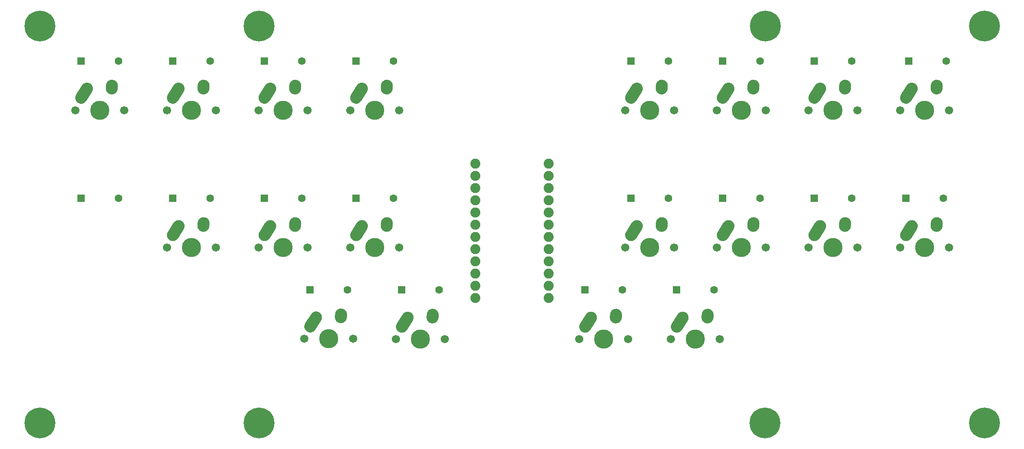
<source format=gbr>
%TF.GenerationSoftware,KiCad,Pcbnew,(5.1.10)-1*%
%TF.CreationDate,2021-10-15T02:03:15+09:00*%
%TF.ProjectId,orca_keyboard,6f726361-5f6b-4657-9962-6f6172642e6b,rev?*%
%TF.SameCoordinates,Original*%
%TF.FileFunction,Soldermask,Bot*%
%TF.FilePolarity,Negative*%
%FSLAX46Y46*%
G04 Gerber Fmt 4.6, Leading zero omitted, Abs format (unit mm)*
G04 Created by KiCad (PCBNEW (5.1.10)-1) date 2021-10-15 02:03:15*
%MOMM*%
%LPD*%
G01*
G04 APERTURE LIST*
%ADD10C,6.400000*%
%ADD11C,2.082800*%
%ADD12R,1.600000X1.600000*%
%ADD13C,1.600000*%
%ADD14C,1.701800*%
%ADD15C,3.987800*%
G04 APERTURE END LIST*
D10*
%TO.C,REF\u002A\u002A*%
X200400000Y86580000D03*
%TD*%
%TO.C,REF\u002A\u002A*%
X154860000Y86580000D03*
%TD*%
%TO.C,REF\u002A\u002A*%
X49620000Y86590000D03*
%TD*%
%TO.C,REF\u002A\u002A*%
X4070000Y86580000D03*
%TD*%
%TO.C,REF\u002A\u002A*%
X200410000Y4070000D03*
%TD*%
%TO.C,REF\u002A\u002A*%
X154840000Y4070000D03*
%TD*%
%TO.C,REF\u002A\u002A*%
X49620000Y4070000D03*
%TD*%
%TO.C,REF\u002A\u002A*%
X4070000Y4070000D03*
%TD*%
D11*
%TO.C,B1*%
X94620000Y58030000D03*
X94620000Y55490000D03*
X94620000Y52950000D03*
X94620000Y50410000D03*
X94620000Y47870000D03*
X94620000Y45330000D03*
X94620000Y42790000D03*
X94620000Y40250000D03*
X94620000Y37710000D03*
X94620000Y35170000D03*
X94620000Y32630000D03*
X94620000Y30090000D03*
X109860000Y30090000D03*
X109860000Y32630000D03*
X109860000Y35170000D03*
X109860000Y37710000D03*
X109860000Y40250000D03*
X109860000Y42790000D03*
X109860000Y45330000D03*
X109860000Y47870000D03*
X109860000Y50410000D03*
X109860000Y52950000D03*
X109860000Y55490000D03*
X109860000Y58030000D03*
%TD*%
D12*
%TO.C,D00*%
X12610000Y79375000D03*
D13*
X20410000Y79375000D03*
%TD*%
%TO.C,D01*%
X39460000Y79375000D03*
D12*
X31660000Y79375000D03*
%TD*%
%TO.C,D02*%
X50710000Y79375000D03*
D13*
X58510000Y79375000D03*
%TD*%
%TO.C,D03*%
X77560000Y79375000D03*
D12*
X69760000Y79375000D03*
%TD*%
D13*
%TO.C,D04*%
X134710000Y79375000D03*
D12*
X126910000Y79375000D03*
%TD*%
D13*
%TO.C,D05*%
X153760000Y79375000D03*
D12*
X145960000Y79375000D03*
%TD*%
%TO.C,D06*%
X165010000Y79375000D03*
D13*
X172810000Y79375000D03*
%TD*%
%TO.C,D07*%
X192495000Y79375000D03*
D12*
X184695000Y79375000D03*
%TD*%
%TO.C,D10*%
X12610000Y50800000D03*
D13*
X20410000Y50800000D03*
%TD*%
%TO.C,D11*%
X39460000Y50800000D03*
D12*
X31660000Y50800000D03*
%TD*%
D13*
%TO.C,D12*%
X58510000Y50800000D03*
D12*
X50710000Y50800000D03*
%TD*%
%TO.C,D13*%
X69760000Y50800000D03*
D13*
X77560000Y50800000D03*
%TD*%
D12*
%TO.C,D14*%
X126910000Y50800000D03*
D13*
X134710000Y50800000D03*
%TD*%
%TO.C,D15*%
X153760000Y50800000D03*
D12*
X145960000Y50800000D03*
%TD*%
D13*
%TO.C,D16*%
X172810000Y50800000D03*
D12*
X165010000Y50800000D03*
%TD*%
%TO.C,D17*%
X184060000Y50800000D03*
D13*
X191860000Y50800000D03*
%TD*%
%TO.C,D22*%
X68035000Y31750000D03*
D12*
X60235000Y31750000D03*
%TD*%
%TO.C,D23*%
X79285000Y31750000D03*
D13*
X87085000Y31750000D03*
%TD*%
D12*
%TO.C,D24*%
X117385000Y31750000D03*
D13*
X125185000Y31750000D03*
%TD*%
D12*
%TO.C,D25*%
X136435000Y31750000D03*
D13*
X144235000Y31750000D03*
%TD*%
%TO.C,K00*%
G36*
G01*
X17783171Y73715691D02*
X17822619Y74294347D01*
G75*
G02*
X19154743Y75456433I1247105J-85019D01*
G01*
X19154743Y75456433D01*
G75*
G02*
X20316829Y74124309I-85019J-1247105D01*
G01*
X20277381Y73545653D01*
G75*
G02*
X18945257Y72383567I-1247105J85019D01*
G01*
X18945257Y72383567D01*
G75*
G02*
X17783171Y73715691I85019J1247105D01*
G01*
G37*
G36*
G01*
X11616299Y72372810D02*
X12825223Y74270440D01*
G75*
G02*
X14551087Y74653054I1054239J-671625D01*
G01*
X14551087Y74653054D01*
G75*
G02*
X14933701Y72927190I-671625J-1054239D01*
G01*
X13724777Y71029560D01*
G75*
G02*
X11998913Y70646946I-1054239J671625D01*
G01*
X11998913Y70646946D01*
G75*
G02*
X11616299Y72372810I671625J1054239D01*
G01*
G37*
D14*
X21610000Y69130000D03*
X11450000Y69130000D03*
D15*
X16530000Y69130000D03*
%TD*%
%TO.C,K01*%
X35580000Y69130000D03*
D14*
X30500000Y69130000D03*
X40660000Y69130000D03*
G36*
G01*
X30666299Y72372810D02*
X31875223Y74270440D01*
G75*
G02*
X33601087Y74653054I1054239J-671625D01*
G01*
X33601087Y74653054D01*
G75*
G02*
X33983701Y72927190I-671625J-1054239D01*
G01*
X32774777Y71029560D01*
G75*
G02*
X31048913Y70646946I-1054239J671625D01*
G01*
X31048913Y70646946D01*
G75*
G02*
X30666299Y72372810I671625J1054239D01*
G01*
G37*
G36*
G01*
X36833171Y73715691D02*
X36872619Y74294347D01*
G75*
G02*
X38204743Y75456433I1247105J-85019D01*
G01*
X38204743Y75456433D01*
G75*
G02*
X39366829Y74124309I-85019J-1247105D01*
G01*
X39327381Y73545653D01*
G75*
G02*
X37995257Y72383567I-1247105J85019D01*
G01*
X37995257Y72383567D01*
G75*
G02*
X36833171Y73715691I85019J1247105D01*
G01*
G37*
%TD*%
%TO.C,K02*%
G36*
G01*
X55883171Y73715691D02*
X55922619Y74294347D01*
G75*
G02*
X57254743Y75456433I1247105J-85019D01*
G01*
X57254743Y75456433D01*
G75*
G02*
X58416829Y74124309I-85019J-1247105D01*
G01*
X58377381Y73545653D01*
G75*
G02*
X57045257Y72383567I-1247105J85019D01*
G01*
X57045257Y72383567D01*
G75*
G02*
X55883171Y73715691I85019J1247105D01*
G01*
G37*
G36*
G01*
X49716299Y72372810D02*
X50925223Y74270440D01*
G75*
G02*
X52651087Y74653054I1054239J-671625D01*
G01*
X52651087Y74653054D01*
G75*
G02*
X53033701Y72927190I-671625J-1054239D01*
G01*
X51824777Y71029560D01*
G75*
G02*
X50098913Y70646946I-1054239J671625D01*
G01*
X50098913Y70646946D01*
G75*
G02*
X49716299Y72372810I671625J1054239D01*
G01*
G37*
X59710000Y69130000D03*
X49550000Y69130000D03*
D15*
X54630000Y69130000D03*
%TD*%
%TO.C,K03*%
X73680000Y69130000D03*
D14*
X68600000Y69130000D03*
X78760000Y69130000D03*
G36*
G01*
X68766299Y72372810D02*
X69975223Y74270440D01*
G75*
G02*
X71701087Y74653054I1054239J-671625D01*
G01*
X71701087Y74653054D01*
G75*
G02*
X72083701Y72927190I-671625J-1054239D01*
G01*
X70874777Y71029560D01*
G75*
G02*
X69148913Y70646946I-1054239J671625D01*
G01*
X69148913Y70646946D01*
G75*
G02*
X68766299Y72372810I671625J1054239D01*
G01*
G37*
G36*
G01*
X74933171Y73715691D02*
X74972619Y74294347D01*
G75*
G02*
X76304743Y75456433I1247105J-85019D01*
G01*
X76304743Y75456433D01*
G75*
G02*
X77466829Y74124309I-85019J-1247105D01*
G01*
X77427381Y73545653D01*
G75*
G02*
X76095257Y72383567I-1247105J85019D01*
G01*
X76095257Y72383567D01*
G75*
G02*
X74933171Y73715691I85019J1247105D01*
G01*
G37*
%TD*%
%TO.C,K04*%
G36*
G01*
X132083171Y73715691D02*
X132122619Y74294347D01*
G75*
G02*
X133454743Y75456433I1247105J-85019D01*
G01*
X133454743Y75456433D01*
G75*
G02*
X134616829Y74124309I-85019J-1247105D01*
G01*
X134577381Y73545653D01*
G75*
G02*
X133245257Y72383567I-1247105J85019D01*
G01*
X133245257Y72383567D01*
G75*
G02*
X132083171Y73715691I85019J1247105D01*
G01*
G37*
G36*
G01*
X125916299Y72372810D02*
X127125223Y74270440D01*
G75*
G02*
X128851087Y74653054I1054239J-671625D01*
G01*
X128851087Y74653054D01*
G75*
G02*
X129233701Y72927190I-671625J-1054239D01*
G01*
X128024777Y71029560D01*
G75*
G02*
X126298913Y70646946I-1054239J671625D01*
G01*
X126298913Y70646946D01*
G75*
G02*
X125916299Y72372810I671625J1054239D01*
G01*
G37*
X135910000Y69130000D03*
X125750000Y69130000D03*
D15*
X130830000Y69130000D03*
%TD*%
%TO.C,K05*%
X149880000Y69130000D03*
D14*
X144800000Y69130000D03*
X154960000Y69130000D03*
G36*
G01*
X144966299Y72372810D02*
X146175223Y74270440D01*
G75*
G02*
X147901087Y74653054I1054239J-671625D01*
G01*
X147901087Y74653054D01*
G75*
G02*
X148283701Y72927190I-671625J-1054239D01*
G01*
X147074777Y71029560D01*
G75*
G02*
X145348913Y70646946I-1054239J671625D01*
G01*
X145348913Y70646946D01*
G75*
G02*
X144966299Y72372810I671625J1054239D01*
G01*
G37*
G36*
G01*
X151133171Y73715691D02*
X151172619Y74294347D01*
G75*
G02*
X152504743Y75456433I1247105J-85019D01*
G01*
X152504743Y75456433D01*
G75*
G02*
X153666829Y74124309I-85019J-1247105D01*
G01*
X153627381Y73545653D01*
G75*
G02*
X152295257Y72383567I-1247105J85019D01*
G01*
X152295257Y72383567D01*
G75*
G02*
X151133171Y73715691I85019J1247105D01*
G01*
G37*
%TD*%
%TO.C,K06*%
G36*
G01*
X170183171Y73715691D02*
X170222619Y74294347D01*
G75*
G02*
X171554743Y75456433I1247105J-85019D01*
G01*
X171554743Y75456433D01*
G75*
G02*
X172716829Y74124309I-85019J-1247105D01*
G01*
X172677381Y73545653D01*
G75*
G02*
X171345257Y72383567I-1247105J85019D01*
G01*
X171345257Y72383567D01*
G75*
G02*
X170183171Y73715691I85019J1247105D01*
G01*
G37*
G36*
G01*
X164016299Y72372810D02*
X165225223Y74270440D01*
G75*
G02*
X166951087Y74653054I1054239J-671625D01*
G01*
X166951087Y74653054D01*
G75*
G02*
X167333701Y72927190I-671625J-1054239D01*
G01*
X166124777Y71029560D01*
G75*
G02*
X164398913Y70646946I-1054239J671625D01*
G01*
X164398913Y70646946D01*
G75*
G02*
X164016299Y72372810I671625J1054239D01*
G01*
G37*
X174010000Y69130000D03*
X163850000Y69130000D03*
D15*
X168930000Y69130000D03*
%TD*%
%TO.C,K07*%
X187980000Y69130000D03*
D14*
X182900000Y69130000D03*
X193060000Y69130000D03*
G36*
G01*
X183066299Y72372810D02*
X184275223Y74270440D01*
G75*
G02*
X186001087Y74653054I1054239J-671625D01*
G01*
X186001087Y74653054D01*
G75*
G02*
X186383701Y72927190I-671625J-1054239D01*
G01*
X185174777Y71029560D01*
G75*
G02*
X183448913Y70646946I-1054239J671625D01*
G01*
X183448913Y70646946D01*
G75*
G02*
X183066299Y72372810I671625J1054239D01*
G01*
G37*
G36*
G01*
X189233171Y73715691D02*
X189272619Y74294347D01*
G75*
G02*
X190604743Y75456433I1247105J-85019D01*
G01*
X190604743Y75456433D01*
G75*
G02*
X191766829Y74124309I-85019J-1247105D01*
G01*
X191727381Y73545653D01*
G75*
G02*
X190395257Y72383567I-1247105J85019D01*
G01*
X190395257Y72383567D01*
G75*
G02*
X189233171Y73715691I85019J1247105D01*
G01*
G37*
%TD*%
%TO.C,K11*%
G36*
G01*
X36833171Y45135691D02*
X36872619Y45714347D01*
G75*
G02*
X38204743Y46876433I1247105J-85019D01*
G01*
X38204743Y46876433D01*
G75*
G02*
X39366829Y45544309I-85019J-1247105D01*
G01*
X39327381Y44965653D01*
G75*
G02*
X37995257Y43803567I-1247105J85019D01*
G01*
X37995257Y43803567D01*
G75*
G02*
X36833171Y45135691I85019J1247105D01*
G01*
G37*
G36*
G01*
X30666299Y43792810D02*
X31875223Y45690440D01*
G75*
G02*
X33601087Y46073054I1054239J-671625D01*
G01*
X33601087Y46073054D01*
G75*
G02*
X33983701Y44347190I-671625J-1054239D01*
G01*
X32774777Y42449560D01*
G75*
G02*
X31048913Y42066946I-1054239J671625D01*
G01*
X31048913Y42066946D01*
G75*
G02*
X30666299Y43792810I671625J1054239D01*
G01*
G37*
X40660000Y40550000D03*
X30500000Y40550000D03*
D15*
X35580000Y40550000D03*
%TD*%
%TO.C,K12*%
X54630000Y40550000D03*
D14*
X49550000Y40550000D03*
X59710000Y40550000D03*
G36*
G01*
X49716299Y43792810D02*
X50925223Y45690440D01*
G75*
G02*
X52651087Y46073054I1054239J-671625D01*
G01*
X52651087Y46073054D01*
G75*
G02*
X53033701Y44347190I-671625J-1054239D01*
G01*
X51824777Y42449560D01*
G75*
G02*
X50098913Y42066946I-1054239J671625D01*
G01*
X50098913Y42066946D01*
G75*
G02*
X49716299Y43792810I671625J1054239D01*
G01*
G37*
G36*
G01*
X55883171Y45135691D02*
X55922619Y45714347D01*
G75*
G02*
X57254743Y46876433I1247105J-85019D01*
G01*
X57254743Y46876433D01*
G75*
G02*
X58416829Y45544309I-85019J-1247105D01*
G01*
X58377381Y44965653D01*
G75*
G02*
X57045257Y43803567I-1247105J85019D01*
G01*
X57045257Y43803567D01*
G75*
G02*
X55883171Y45135691I85019J1247105D01*
G01*
G37*
%TD*%
%TO.C,K13*%
G36*
G01*
X74933171Y45135691D02*
X74972619Y45714347D01*
G75*
G02*
X76304743Y46876433I1247105J-85019D01*
G01*
X76304743Y46876433D01*
G75*
G02*
X77466829Y45544309I-85019J-1247105D01*
G01*
X77427381Y44965653D01*
G75*
G02*
X76095257Y43803567I-1247105J85019D01*
G01*
X76095257Y43803567D01*
G75*
G02*
X74933171Y45135691I85019J1247105D01*
G01*
G37*
G36*
G01*
X68766299Y43792810D02*
X69975223Y45690440D01*
G75*
G02*
X71701087Y46073054I1054239J-671625D01*
G01*
X71701087Y46073054D01*
G75*
G02*
X72083701Y44347190I-671625J-1054239D01*
G01*
X70874777Y42449560D01*
G75*
G02*
X69148913Y42066946I-1054239J671625D01*
G01*
X69148913Y42066946D01*
G75*
G02*
X68766299Y43792810I671625J1054239D01*
G01*
G37*
X78760000Y40550000D03*
X68600000Y40550000D03*
D15*
X73680000Y40550000D03*
%TD*%
%TO.C,K14*%
X130830000Y40550000D03*
D14*
X125750000Y40550000D03*
X135910000Y40550000D03*
G36*
G01*
X125916299Y43792810D02*
X127125223Y45690440D01*
G75*
G02*
X128851087Y46073054I1054239J-671625D01*
G01*
X128851087Y46073054D01*
G75*
G02*
X129233701Y44347190I-671625J-1054239D01*
G01*
X128024777Y42449560D01*
G75*
G02*
X126298913Y42066946I-1054239J671625D01*
G01*
X126298913Y42066946D01*
G75*
G02*
X125916299Y43792810I671625J1054239D01*
G01*
G37*
G36*
G01*
X132083171Y45135691D02*
X132122619Y45714347D01*
G75*
G02*
X133454743Y46876433I1247105J-85019D01*
G01*
X133454743Y46876433D01*
G75*
G02*
X134616829Y45544309I-85019J-1247105D01*
G01*
X134577381Y44965653D01*
G75*
G02*
X133245257Y43803567I-1247105J85019D01*
G01*
X133245257Y43803567D01*
G75*
G02*
X132083171Y45135691I85019J1247105D01*
G01*
G37*
%TD*%
%TO.C,K15*%
G36*
G01*
X151133171Y45135691D02*
X151172619Y45714347D01*
G75*
G02*
X152504743Y46876433I1247105J-85019D01*
G01*
X152504743Y46876433D01*
G75*
G02*
X153666829Y45544309I-85019J-1247105D01*
G01*
X153627381Y44965653D01*
G75*
G02*
X152295257Y43803567I-1247105J85019D01*
G01*
X152295257Y43803567D01*
G75*
G02*
X151133171Y45135691I85019J1247105D01*
G01*
G37*
G36*
G01*
X144966299Y43792810D02*
X146175223Y45690440D01*
G75*
G02*
X147901087Y46073054I1054239J-671625D01*
G01*
X147901087Y46073054D01*
G75*
G02*
X148283701Y44347190I-671625J-1054239D01*
G01*
X147074777Y42449560D01*
G75*
G02*
X145348913Y42066946I-1054239J671625D01*
G01*
X145348913Y42066946D01*
G75*
G02*
X144966299Y43792810I671625J1054239D01*
G01*
G37*
X154960000Y40550000D03*
X144800000Y40550000D03*
D15*
X149880000Y40550000D03*
%TD*%
%TO.C,K16*%
X168930000Y40550000D03*
D14*
X163850000Y40550000D03*
X174010000Y40550000D03*
G36*
G01*
X164016299Y43792810D02*
X165225223Y45690440D01*
G75*
G02*
X166951087Y46073054I1054239J-671625D01*
G01*
X166951087Y46073054D01*
G75*
G02*
X167333701Y44347190I-671625J-1054239D01*
G01*
X166124777Y42449560D01*
G75*
G02*
X164398913Y42066946I-1054239J671625D01*
G01*
X164398913Y42066946D01*
G75*
G02*
X164016299Y43792810I671625J1054239D01*
G01*
G37*
G36*
G01*
X170183171Y45135691D02*
X170222619Y45714347D01*
G75*
G02*
X171554743Y46876433I1247105J-85019D01*
G01*
X171554743Y46876433D01*
G75*
G02*
X172716829Y45544309I-85019J-1247105D01*
G01*
X172677381Y44965653D01*
G75*
G02*
X171345257Y43803567I-1247105J85019D01*
G01*
X171345257Y43803567D01*
G75*
G02*
X170183171Y45135691I85019J1247105D01*
G01*
G37*
%TD*%
%TO.C,K17*%
G36*
G01*
X189233171Y45135691D02*
X189272619Y45714347D01*
G75*
G02*
X190604743Y46876433I1247105J-85019D01*
G01*
X190604743Y46876433D01*
G75*
G02*
X191766829Y45544309I-85019J-1247105D01*
G01*
X191727381Y44965653D01*
G75*
G02*
X190395257Y43803567I-1247105J85019D01*
G01*
X190395257Y43803567D01*
G75*
G02*
X189233171Y45135691I85019J1247105D01*
G01*
G37*
G36*
G01*
X183066299Y43792810D02*
X184275223Y45690440D01*
G75*
G02*
X186001087Y46073054I1054239J-671625D01*
G01*
X186001087Y46073054D01*
G75*
G02*
X186383701Y44347190I-671625J-1054239D01*
G01*
X185174777Y42449560D01*
G75*
G02*
X183448913Y42066946I-1054239J671625D01*
G01*
X183448913Y42066946D01*
G75*
G02*
X183066299Y43792810I671625J1054239D01*
G01*
G37*
X193060000Y40550000D03*
X182900000Y40550000D03*
D15*
X187980000Y40550000D03*
%TD*%
%TO.C,K22*%
X64150000Y21550000D03*
D14*
X59070000Y21550000D03*
X69230000Y21550000D03*
G36*
G01*
X59236299Y24792810D02*
X60445223Y26690440D01*
G75*
G02*
X62171087Y27073054I1054239J-671625D01*
G01*
X62171087Y27073054D01*
G75*
G02*
X62553701Y25347190I-671625J-1054239D01*
G01*
X61344777Y23449560D01*
G75*
G02*
X59618913Y23066946I-1054239J671625D01*
G01*
X59618913Y23066946D01*
G75*
G02*
X59236299Y24792810I671625J1054239D01*
G01*
G37*
G36*
G01*
X65403171Y26135691D02*
X65442619Y26714347D01*
G75*
G02*
X66774743Y27876433I1247105J-85019D01*
G01*
X66774743Y27876433D01*
G75*
G02*
X67936829Y26544309I-85019J-1247105D01*
G01*
X67897381Y25965653D01*
G75*
G02*
X66565257Y24803567I-1247105J85019D01*
G01*
X66565257Y24803567D01*
G75*
G02*
X65403171Y26135691I85019J1247105D01*
G01*
G37*
%TD*%
D15*
%TO.C,K23*%
X83200000Y21500000D03*
D14*
X78120000Y21500000D03*
X88280000Y21500000D03*
G36*
G01*
X78286299Y24742810D02*
X79495223Y26640440D01*
G75*
G02*
X81221087Y27023054I1054239J-671625D01*
G01*
X81221087Y27023054D01*
G75*
G02*
X81603701Y25297190I-671625J-1054239D01*
G01*
X80394777Y23399560D01*
G75*
G02*
X78668913Y23016946I-1054239J671625D01*
G01*
X78668913Y23016946D01*
G75*
G02*
X78286299Y24742810I671625J1054239D01*
G01*
G37*
G36*
G01*
X84453171Y26085691D02*
X84492619Y26664347D01*
G75*
G02*
X85824743Y27826433I1247105J-85019D01*
G01*
X85824743Y27826433D01*
G75*
G02*
X86986829Y26494309I-85019J-1247105D01*
G01*
X86947381Y25915653D01*
G75*
G02*
X85615257Y24753567I-1247105J85019D01*
G01*
X85615257Y24753567D01*
G75*
G02*
X84453171Y26085691I85019J1247105D01*
G01*
G37*
%TD*%
%TO.C,K24*%
G36*
G01*
X122553171Y26085691D02*
X122592619Y26664347D01*
G75*
G02*
X123924743Y27826433I1247105J-85019D01*
G01*
X123924743Y27826433D01*
G75*
G02*
X125086829Y26494309I-85019J-1247105D01*
G01*
X125047381Y25915653D01*
G75*
G02*
X123715257Y24753567I-1247105J85019D01*
G01*
X123715257Y24753567D01*
G75*
G02*
X122553171Y26085691I85019J1247105D01*
G01*
G37*
G36*
G01*
X116386299Y24742810D02*
X117595223Y26640440D01*
G75*
G02*
X119321087Y27023054I1054239J-671625D01*
G01*
X119321087Y27023054D01*
G75*
G02*
X119703701Y25297190I-671625J-1054239D01*
G01*
X118494777Y23399560D01*
G75*
G02*
X116768913Y23016946I-1054239J671625D01*
G01*
X116768913Y23016946D01*
G75*
G02*
X116386299Y24742810I671625J1054239D01*
G01*
G37*
X126380000Y21500000D03*
X116220000Y21500000D03*
D15*
X121300000Y21500000D03*
%TD*%
%TO.C,K25*%
G36*
G01*
X141603171Y26085691D02*
X141642619Y26664347D01*
G75*
G02*
X142974743Y27826433I1247105J-85019D01*
G01*
X142974743Y27826433D01*
G75*
G02*
X144136829Y26494309I-85019J-1247105D01*
G01*
X144097381Y25915653D01*
G75*
G02*
X142765257Y24753567I-1247105J85019D01*
G01*
X142765257Y24753567D01*
G75*
G02*
X141603171Y26085691I85019J1247105D01*
G01*
G37*
G36*
G01*
X135436299Y24742810D02*
X136645223Y26640440D01*
G75*
G02*
X138371087Y27023054I1054239J-671625D01*
G01*
X138371087Y27023054D01*
G75*
G02*
X138753701Y25297190I-671625J-1054239D01*
G01*
X137544777Y23399560D01*
G75*
G02*
X135818913Y23016946I-1054239J671625D01*
G01*
X135818913Y23016946D01*
G75*
G02*
X135436299Y24742810I671625J1054239D01*
G01*
G37*
D14*
X145430000Y21500000D03*
X135270000Y21500000D03*
D15*
X140350000Y21500000D03*
%TD*%
M02*

</source>
